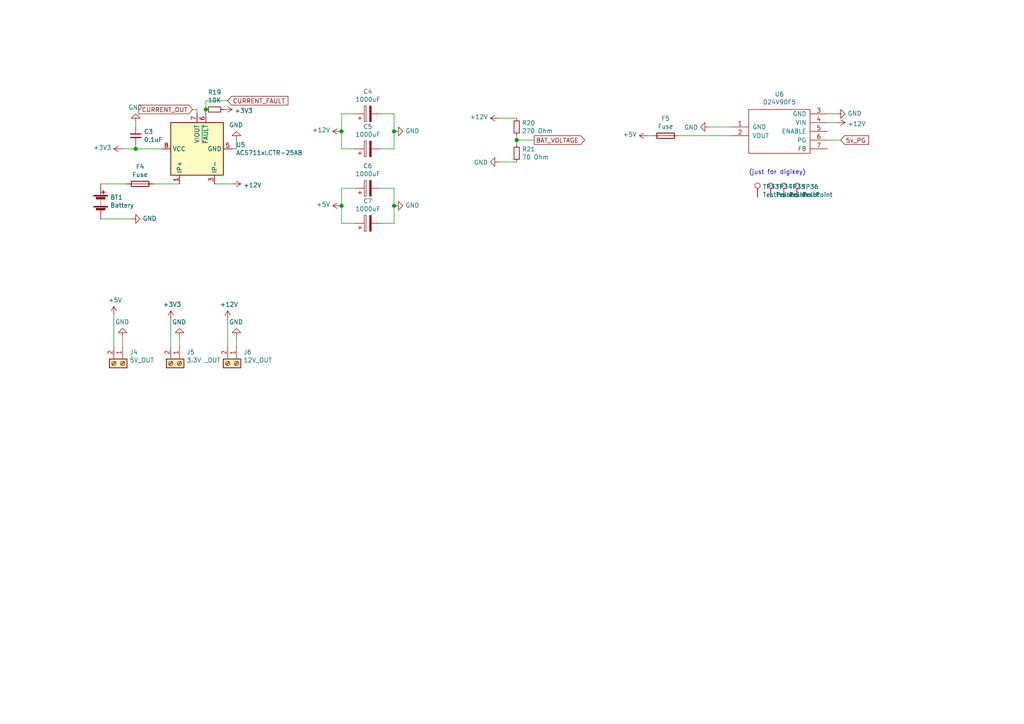
<source format=kicad_sch>
(kicad_sch (version 20201015) (generator eeschema)
  (page 1 6)
  (paper "A4")
  (lib_symbols
    (symbol "Connector:Screw_Terminal_01x02" (pin_names (offset 1.016) hide)
      (property "Reference" "J" (at 0 2.54 0))
      (property "Value" "Screw_Terminal_01x02" (at 0 -5.08 0))
      (symbol "Screw_Terminal_01x02_1_1"
        (circle (center 0 -2.54) (radius 0.635) (stroke (width 0.1524)))
        (circle (center 0 0) (radius 0.635) (stroke (width 0.1524)))
        (rectangle (start -1.27 1.27) (end 1.27 -3.81) (stroke (width 0.254)) (fill (type background)))
        (polyline (pts (xy -0.5334 -2.2098) (xy 0.3302 -3.048)) (stroke (width 0.1524)))
        (polyline (pts (xy -0.5334 0.3302) (xy 0.3302 -0.508)) (stroke (width 0.1524)))
        (polyline (pts (xy -0.3556 -2.032) (xy 0.508 -2.8702)) (stroke (width 0.1524)))
        (polyline (pts (xy -0.3556 0.508) (xy 0.508 -0.3302)) (stroke (width 0.1524)))
        (pin passive line (at -5.08 0 0) (length 3.81) (name "Pin_1") (number "1"))
        (pin passive line (at -5.08 -2.54 0) (length 3.81) (name "Pin_2") (number "2"))
      )
    )
    (symbol "Connector:TestPoint" (pin_numbers hide) (pin_names (offset 0.762) hide)
      (property "Reference" "TP" (at 0 6.858 0))
      (property "Value" "TestPoint" (at 0 5.08 0))
      (symbol "TestPoint_0_1"
        (circle (center 0 3.302) (radius 0.762))
      )
      (symbol "TestPoint_1_1"
        (pin passive line (at 0 0 90) (length 2.54) (name "1") (number "1"))
      )
    )
    (symbol "Device:Battery" (pin_numbers hide) (pin_names (offset 0) hide)
      (property "Reference" "BT" (at 2.54 2.54 0))
      (property "Value" "Battery" (at 2.54 0 0))
      (symbol "Battery_0_1"
        (rectangle (start -2.032 -1.397) (end 2.032 -1.651) (fill (type outline)))
        (rectangle (start -2.032 1.778) (end 2.032 1.524) (fill (type outline)))
        (rectangle (start -1.3208 -1.9812) (end 1.27 -2.4892) (fill (type outline)))
        (rectangle (start -1.3208 1.1938) (end 1.27 0.6858) (fill (type outline)))
        (polyline (pts (xy 0 -1.524) (xy 0 -1.27)))
        (polyline (pts (xy 0 -1.016) (xy 0 -0.762)))
        (polyline (pts (xy 0 -0.508) (xy 0 -0.254)))
        (polyline (pts (xy 0 0) (xy 0 0.254)))
        (polyline (pts (xy 0 0.508) (xy 0 0.762)))
        (polyline (pts (xy 0 1.778) (xy 0 2.54)))
        (polyline (pts (xy 0.254 2.667) (xy 1.27 2.667)) (stroke (width 0.254)))
        (polyline (pts (xy 0.762 3.175) (xy 0.762 2.159)) (stroke (width 0.254)))
      )
      (symbol "Battery_1_1"
        (pin passive line (at 0 5.08 270) (length 2.54) (name "+") (number "1"))
        (pin passive line (at 0 -5.08 90) (length 2.54) (name "-") (number "2"))
      )
    )
    (symbol "Device:CP" (pin_numbers hide) (pin_names (offset 0.254))
      (property "Reference" "C" (at 0.635 2.54 0))
      (property "Value" "CP" (at 0.635 -2.54 0))
      (symbol "CP_0_1"
        (rectangle (start -2.286 0.508) (end 2.286 1.016))
        (rectangle (start 2.286 -0.508) (end -2.286 -1.016) (fill (type outline)))
        (polyline (pts (xy -1.778 2.286) (xy -0.762 2.286)))
        (polyline (pts (xy -1.27 2.794) (xy -1.27 1.778)))
      )
      (symbol "CP_1_1"
        (pin passive line (at 0 3.81 270) (length 2.794) (name "~") (number "1"))
        (pin passive line (at 0 -3.81 90) (length 2.794) (name "~") (number "2"))
      )
    )
    (symbol "Device:C_Small" (pin_numbers hide) (pin_names (offset 0.254) hide)
      (property "Reference" "C" (at 0.254 1.778 0))
      (property "Value" "C_Small" (at 0.254 -2.032 0))
      (symbol "C_Small_0_1"
        (polyline (pts (xy -1.524 -0.508) (xy 1.524 -0.508)) (stroke (width 0.3302)))
        (polyline (pts (xy -1.524 0.508) (xy 1.524 0.508)) (stroke (width 0.3048)))
      )
      (symbol "C_Small_1_1"
        (pin passive line (at 0 2.54 270) (length 2.032) (name "~") (number "1"))
        (pin passive line (at 0 -2.54 90) (length 2.032) (name "~") (number "2"))
      )
    )
    (symbol "Device:Fuse" (pin_numbers hide) (pin_names (offset 0))
      (property "Reference" "F" (at 2.032 0 90))
      (property "Value" "Fuse" (at -1.905 0 90))
      (symbol "Fuse_0_1"
        (rectangle (start -0.762 -2.54) (end 0.762 2.54) (stroke (width 0.254)))
        (polyline (pts (xy 0 2.54) (xy 0 -2.54)))
      )
      (symbol "Fuse_1_1"
        (pin passive line (at 0 3.81 270) (length 1.27) (name "~") (number "1"))
        (pin passive line (at 0 -3.81 90) (length 1.27) (name "~") (number "2"))
      )
    )
    (symbol "Device:R_Small" (pin_numbers hide) (pin_names (offset 0.254) hide)
      (property "Reference" "R" (at 0.762 0.508 0))
      (property "Value" "R_Small" (at 0.762 -1.016 0))
      (symbol "R_Small_0_1"
        (rectangle (start -0.762 1.778) (end 0.762 -1.778) (stroke (width 0.2032)))
      )
      (symbol "R_Small_1_1"
        (pin passive line (at 0 2.54 270) (length 0.762) (name "~") (number "1"))
        (pin passive line (at 0 -2.54 90) (length 0.762) (name "~") (number "2"))
      )
    )
    (symbol "Sensor_Current:ACS711xLCTR-25AB"
      (property "Reference" "U" (at 8.89 6.35 0))
      (property "Value" "ACS711xLCTR-25AB" (at 8.89 3.81 0))
      (symbol "ACS711xLCTR-25AB_0_1"
        (rectangle (start -7.62 7.62) (end 7.62 -7.62) (stroke (width 0.254)) (fill (type background)))
      )
      (symbol "ACS711xLCTR-25AB_1_1"
        (pin passive line (at -10.16 5.08 0) (length 2.54) (name "IP+") (number "1"))
        (pin passive line (at -10.16 5.08 0) (length 2.54) hide (name "IP+") (number "2"))
        (pin passive line (at -10.16 -5.08 0) (length 2.54) (name "IP-") (number "3"))
        (pin passive line (at -10.16 -5.08 0) (length 2.54) hide (name "IP-") (number "4"))
        (pin power_in line (at 0 -10.16 90) (length 2.54) (name "GND") (number "5"))
        (pin output line (at 10.16 -2.54 180) (length 2.54) (name "~FAULT") (number "6"))
        (pin output line (at 10.16 0 180) (length 2.54) (name "VIOUT") (number "7"))
        (pin power_in line (at 0 10.16 270) (length 2.54) (name "VCC") (number "8"))
      )
    )
    (symbol "pololu_parts:D24V90F5" (pin_names (offset 1.016))
      (property "Reference" "U" (at 0 0 0))
      (property "Value" "D24V90F5" (at 0 16.51 0))
      (symbol "D24V90F5_0_1"
        (rectangle (start -8.89 15.24) (end 8.89 2.54))
      )
      (symbol "D24V90F5_1_1"
        (pin power_in line (at -13.97 10.16 0) (length 5.08) (name "GND") (number "1"))
        (pin power_out line (at -13.97 7.62 0) (length 5.08) (name "VOUT") (number "2"))
        (pin power_in line (at 13.97 13.97 180) (length 5.08) (name "GND") (number "3"))
        (pin power_in line (at 13.97 11.43 180) (length 5.08) (name "VIN") (number "4"))
        (pin input line (at 13.97 8.89 180) (length 5.08) (name "ENABLE") (number "5"))
        (pin output line (at 13.97 6.35 180) (length 5.08) (name "PG") (number "6"))
        (pin input line (at 13.97 3.81 180) (length 5.08) (name "FB") (number "7"))
      )
    )
    (symbol "power:+12V" (power) (pin_names (offset 0))
      (property "Value" "+12V" (at 0 3.556 0))
      (symbol "+12V_0_1"
        (polyline (pts (xy -0.762 1.27) (xy 0 2.54)))
        (polyline (pts (xy 0 0) (xy 0 2.54)))
        (polyline (pts (xy 0 2.54) (xy 0.762 1.27)))
      )
      (symbol "+12V_1_1"
        (pin power_in line (at 0 0 90) (length 0) hide (name "+12V") (number "1"))
      )
    )
    (symbol "power:+3.3V" (power) (pin_names (offset 0))
      (property "Value" "+3.3V" (at 0 3.556 0))
      (symbol "+3.3V_0_1"
        (polyline (pts (xy -0.762 1.27) (xy 0 2.54)))
        (polyline (pts (xy 0 0) (xy 0 2.54)))
        (polyline (pts (xy 0 2.54) (xy 0.762 1.27)))
      )
      (symbol "+3.3V_1_1"
        (pin power_in line (at 0 0 90) (length 0) hide (name "+3V3") (number "1"))
      )
    )
    (symbol "power:+5V" (power) (pin_names (offset 0))
      (property "Value" "+5V" (at 0 3.556 0))
      (symbol "+5V_0_1"
        (polyline (pts (xy -0.762 1.27) (xy 0 2.54)))
        (polyline (pts (xy 0 0) (xy 0 2.54)))
        (polyline (pts (xy 0 2.54) (xy 0.762 1.27)))
      )
      (symbol "+5V_1_1"
        (pin power_in line (at 0 0 90) (length 0) hide (name "+5V") (number "1"))
      )
    )
    (symbol "power:GND" (power) (pin_names (offset 0))
      (property "Value" "GND" (at 0 -3.81 0))
      (symbol "GND_0_1"
        (polyline (pts (xy 0 0) (xy 0 -1.27) (xy 1.27 -1.27) (xy 0 -2.54) (xy -1.27 -1.27) (xy 0 -1.27)))
      )
      (symbol "GND_1_1"
        (pin power_in line (at 0 0 270) (length 0) hide (name "GND") (number "1"))
      )
    )
  )
  (junction (at 39.37 43.18) (diameter 1.016))
  (junction (at 59.69 31.75) (diameter 1.016))
  (junction (at 99.06 38.1) (diameter 1.016))
  (junction (at 99.06 59.69) (diameter 1.016))
  (junction (at 114.3 38.1) (diameter 1.016))
  (junction (at 114.3 59.69) (diameter 1.016))
  (junction (at 149.86 40.64) (diameter 1.016))
  (wire (pts (xy 29.21 53.34) (xy 36.83 53.34)))
  (wire (pts (xy 33.02 91.44) (xy 33.02 100.33)))
  (wire (pts (xy 35.56 43.18) (xy 39.37 43.18)))
  (wire (pts (xy 35.56 97.79) (xy 35.56 100.33)))
  (wire (pts (xy 38.1 63.5) (xy 29.21 63.5)))
  (wire (pts (xy 39.37 35.56) (xy 39.37 36.83)))
  (wire (pts (xy 39.37 43.18) (xy 39.37 41.91)))
  (wire (pts (xy 39.37 43.18) (xy 46.99 43.18)))
  (wire (pts (xy 44.45 53.34) (xy 52.07 53.34)))
  (wire (pts (xy 49.53 92.71) (xy 49.53 100.33)))
  (wire (pts (xy 52.07 97.79) (xy 52.07 100.33)))
  (wire (pts (xy 55.88 31.75) (xy 57.15 31.75)))
  (wire (pts (xy 57.15 31.75) (xy 57.15 33.02)))
  (wire (pts (xy 59.69 29.21) (xy 59.69 31.75)))
  (wire (pts (xy 59.69 33.02) (xy 59.69 31.75)))
  (wire (pts (xy 66.04 29.21) (xy 59.69 29.21)))
  (wire (pts (xy 66.04 92.71) (xy 66.04 100.33)))
  (wire (pts (xy 67.31 53.34) (xy 62.23 53.34)))
  (wire (pts (xy 68.58 40.64) (xy 68.58 43.18)))
  (wire (pts (xy 68.58 43.18) (xy 67.31 43.18)))
  (wire (pts (xy 68.58 97.79) (xy 68.58 100.33)))
  (wire (pts (xy 99.06 33.02) (xy 99.06 38.1)))
  (wire (pts (xy 99.06 38.1) (xy 99.06 43.18)))
  (wire (pts (xy 99.06 43.18) (xy 102.87 43.18)))
  (wire (pts (xy 99.06 54.61) (xy 99.06 59.69)))
  (wire (pts (xy 99.06 59.69) (xy 99.06 64.77)))
  (wire (pts (xy 99.06 64.77) (xy 102.87 64.77)))
  (wire (pts (xy 102.87 33.02) (xy 99.06 33.02)))
  (wire (pts (xy 102.87 54.61) (xy 99.06 54.61)))
  (wire (pts (xy 110.49 33.02) (xy 114.3 33.02)))
  (wire (pts (xy 110.49 43.18) (xy 114.3 43.18)))
  (wire (pts (xy 110.49 54.61) (xy 114.3 54.61)))
  (wire (pts (xy 110.49 64.77) (xy 114.3 64.77)))
  (wire (pts (xy 114.3 33.02) (xy 114.3 38.1)))
  (wire (pts (xy 114.3 43.18) (xy 114.3 38.1)))
  (wire (pts (xy 114.3 54.61) (xy 114.3 59.69)))
  (wire (pts (xy 114.3 64.77) (xy 114.3 59.69)))
  (wire (pts (xy 144.78 34.29) (xy 149.86 34.29)))
  (wire (pts (xy 144.78 46.99) (xy 149.86 46.99)))
  (wire (pts (xy 149.86 39.37) (xy 149.86 40.64)))
  (wire (pts (xy 149.86 40.64) (xy 149.86 41.91)))
  (wire (pts (xy 154.94 40.64) (xy 149.86 40.64)))
  (wire (pts (xy 187.96 39.37) (xy 189.23 39.37)))
  (wire (pts (xy 196.85 39.37) (xy 212.09 39.37)))
  (wire (pts (xy 205.74 36.83) (xy 212.09 36.83)))
  (wire (pts (xy 242.57 33.02) (xy 240.03 33.02)))
  (wire (pts (xy 242.57 35.56) (xy 240.03 35.56)))
  (wire (pts (xy 243.84 40.64) (xy 240.03 40.64)))
  (text "(just for digikey)" (at 217.17 50.8 0) (effects (font (size 1.27 1.27)) (justify left bottom)))
  (global_label "CURRENT_OUT" (shape input) (at 55.88 31.75 180))
  (global_label "CURRENT_FAULT" (shape input) (at 66.04 29.21 0))
  (global_label "BAT_VOLTAGE" (shape output) (at 154.94 40.64 0))
  (global_label "5v_PG" (shape input) (at 243.84 40.64 0))
  (symbol (lib_id "Connector:TestPoint") (at 219.71 57.15 0) (unit 1)
    (property "Reference" "TP33" (at 221.1832 54.1528 0) (effects (justify left)))
    (property "Value" "TestPoint" (at 221.1832 56.4642 0) (effects (justify left)))
    (property "DigiKey" "S7037-ND" (effects hide))
  )
  (symbol (lib_id "Connector:TestPoint") (at 223.52 57.15 0) (unit 1)
    (property "Reference" "TP34" (at 224.9932 54.1528 0) (effects (justify left)))
    (property "Value" "TestPoint" (at 224.9932 56.4642 0) (effects (justify left)))
    (property "DigiKey" "S7037-ND" (effects hide))
  )
  (symbol (lib_id "Connector:TestPoint") (at 227.33 57.15 0) (unit 1)
    (property "Reference" "TP35" (at 228.8032 54.1528 0) (effects (justify left)))
    (property "Value" "TestPoint" (at 228.8032 56.4642 0) (effects (justify left)))
    (property "DigiKey" "S7037-ND" (effects hide))
  )
  (symbol (lib_id "Connector:TestPoint") (at 231.14 57.15 0) (unit 1)
    (property "Reference" "TP36" (at 232.6132 54.1528 0) (effects (justify left)))
    (property "Value" "TestPoint" (at 232.6132 56.4642 0) (effects (justify left)))
    (property "DigiKey" "S7037-ND" (effects hide))
  )
  (symbol (lib_id "power:+5V") (at 33.02 91.44 0) (unit 1)
    (property "Reference" "#PWR0166" (effects hide))
    (property "Value" "+5V" (at 33.401 87.0458 0))
  )
  (symbol (lib_id "power:+3.3V") (at 35.56 43.18 90)
    (property "Reference" "#PWR0150" (effects hide))
    (property "Value" "+3.3V" (at 32.3088 42.799 90) (effects (justify left)))
  )
  (symbol (lib_id "power:+3.3V") (at 49.53 92.71 0) (unit 1)
    (property "Reference" "#PWR0167" (effects hide))
    (property "Value" "+3.3V" (at 49.911 88.3158 0))
  )
  (symbol (lib_id "power:+3.3V") (at 64.77 31.75 270)
    (property "Reference" "#PWR0152" (effects hide))
    (property "Value" "+3.3V" (at 68.0212 32.131 90) (effects (justify left)))
  )
  (symbol (lib_id "power:+12V") (at 66.04 92.71 0) (unit 1)
    (property "Reference" "#PWR0168" (effects hide))
    (property "Value" "+12V" (at 66.421 88.3158 0))
  )
  (symbol (lib_id "power:+12V") (at 67.31 53.34 270)
    (property "Reference" "#PWR0154" (effects hide))
    (property "Value" "+12V" (at 70.5612 53.721 90) (effects (justify left)))
  )
  (symbol (lib_id "power:+12V") (at 99.06 38.1 90)
    (property "Reference" "#PWR0155" (effects hide))
    (property "Value" "+12V" (at 95.8088 37.719 90) (effects (justify left)))
  )
  (symbol (lib_id "power:+5V") (at 99.06 59.69 90)
    (property "Reference" "#PWR0158" (effects hide))
    (property "Value" "+5V" (at 95.8088 59.309 90) (effects (justify left)))
  )
  (symbol (lib_id "power:+12V") (at 144.78 34.29 90)
    (property "Reference" "#PWR0169" (effects hide))
    (property "Value" "+12V" (at 141.5288 33.909 90) (effects (justify left)))
  )
  (symbol (lib_id "power:+5V") (at 187.96 39.37 90)
    (property "Reference" "#PWR0162" (effects hide))
    (property "Value" "+5V" (at 184.7088 38.989 90) (effects (justify left)))
  )
  (symbol (lib_id "power:+12V") (at 242.57 35.56 270)
    (property "Reference" "#PWR0161" (effects hide))
    (property "Value" "+12V" (at 245.8212 35.941 90) (effects (justify left)))
  )
  (symbol (lib_id "power:GND") (at 35.56 97.79 180)
    (property "Reference" "#PWR0163" (effects hide))
    (property "Value" "GND" (at 35.433 93.3958 0))
  )
  (symbol (lib_id "power:GND") (at 38.1 63.5 90)
    (property "Reference" "#PWR0149" (effects hide))
    (property "Value" "GND" (at 41.3512 63.373 90) (effects (justify right)))
  )
  (symbol (lib_id "power:GND") (at 39.37 35.56 180)
    (property "Reference" "#PWR0151" (effects hide))
    (property "Value" "GND" (at 39.243 31.1658 0))
  )
  (symbol (lib_id "power:GND") (at 52.07 97.79 180)
    (property "Reference" "#PWR0164" (effects hide))
    (property "Value" "GND" (at 51.943 93.3958 0))
  )
  (symbol (lib_id "power:GND") (at 68.58 40.64 180)
    (property "Reference" "#PWR0153" (effects hide))
    (property "Value" "GND" (at 68.453 36.2458 0))
  )
  (symbol (lib_id "power:GND") (at 68.58 97.79 180)
    (property "Reference" "#PWR0165" (effects hide))
    (property "Value" "GND" (at 68.453 93.3958 0))
  )
  (symbol (lib_id "power:GND") (at 114.3 38.1 90)
    (property "Reference" "#PWR0156" (effects hide))
    (property "Value" "GND" (at 117.5512 37.973 90) (effects (justify right)))
  )
  (symbol (lib_id "power:GND") (at 114.3 59.69 90)
    (property "Reference" "#PWR0157" (effects hide))
    (property "Value" "GND" (at 117.5512 59.563 90) (effects (justify right)))
  )
  (symbol (lib_id "power:GND") (at 144.78 46.99 270) (unit 1)
    (property "Reference" "#PWR0170" (effects hide))
    (property "Value" "GND" (at 141.5288 47.117 90) (effects (justify right)))
  )
  (symbol (lib_id "power:GND") (at 205.74 36.83 270)
    (property "Reference" "#PWR0159" (effects hide))
    (property "Value" "GND" (at 202.4888 36.957 90) (effects (justify right)))
  )
  (symbol (lib_id "power:GND") (at 242.57 33.02 90)
    (property "Reference" "#PWR0160" (effects hide))
    (property "Value" "GND" (at 245.8212 32.893 90) (effects (justify right)))
  )
  (symbol (lib_id "Device:R_Small") (at 62.23 31.75 270)
    (property "Reference" "R19" (at 62.23 26.7716 90))
    (property "Value" "10K" (at 62.23 29.083 90))
    (property "Footprint" "Resistor_SMD:R_0603_1608Metric_Pad1.05x0.95mm_HandSolder" (effects hide))
    (property "DigiKey" " 311-10KGRCT-ND " (effects hide))
  )
  (symbol (lib_id "Device:R_Small") (at 149.86 36.83 0) (unit 1)
    (property "Reference" "R20" (at 151.3586 35.6616 0) (effects (justify left)))
    (property "Value" "270 Ohm" (at 151.3586 37.973 0) (effects (justify left)))
    (property "Footprint" "Resistor_SMD:R_0603_1608Metric_Pad1.05x0.95mm_HandSolder" (effects hide))
    (property "DigiKey" "RR08P270DCT-ND " (effects hide))
  )
  (symbol (lib_id "Device:R_Small") (at 149.86 44.45 0) (unit 1)
    (property "Reference" "R21" (at 151.3586 43.2816 0) (effects (justify left)))
    (property "Value" "70 Ohm" (at 151.3586 45.593 0) (effects (justify left)))
    (property "Footprint" "Resistor_SMD:R_0603_1608Metric_Pad1.05x0.95mm_HandSolder" (effects hide))
    (property "DigiKey" "311-75.0HRCT-ND " (effects hide))
  )
  (symbol (lib_id "Device:Fuse") (at 40.64 53.34 270)
    (property "Reference" "F4" (at 40.64 48.3362 90))
    (property "Value" "Fuse" (at 40.64 50.6476 90))
    (property "Footprint" "Fuse:Fuse_0805_2012Metric_Pad1.15x1.40mm_HandSolder" (effects hide))
  )
  (symbol (lib_id "Device:Fuse") (at 193.04 39.37 90) (unit 1)
    (property "Reference" "F5" (at 193.04 34.3662 90))
    (property "Value" "Fuse" (at 193.04 36.6776 90))
    (property "Footprint" "Fuse:Fuse_0805_2012Metric_Pad1.15x1.40mm_HandSolder" (effects hide))
  )
  (symbol (lib_id "Device:C_Small") (at 39.37 39.37 0)
    (property "Reference" "C3" (at 41.7068 38.2016 0) (effects (justify left)))
    (property "Value" "0.1uF" (at 41.7068 40.513 0) (effects (justify left)))
    (property "Footprint" "Capacitor_SMD:C_0603_1608Metric_Pad1.05x0.95mm_HandSolder" (effects hide))
    (property "DigiKey" "399-1100-1-ND" (effects hide))
  )
  (symbol (lib_id "Connector:Screw_Terminal_01x02") (at 35.56 105.41 270)
    (property "Reference" "J4" (at 37.592 102.1588 90) (effects (justify left)))
    (property "Value" "5V_OUT" (at 37.592 104.4702 90) (effects (justify left)))
    (property "Footprint" "TerminalBlock_TE-Connectivity:TerminalBlock_TE_282834-2_1x02_P2.54mm_Horizontal" (effects hide))
    (property "DigiKey" "A98333-ND" (effects hide))
  )
  (symbol (lib_id "Connector:Screw_Terminal_01x02") (at 52.07 105.41 270)
    (property "Reference" "J5" (at 54.102 102.1588 90) (effects (justify left)))
    (property "Value" "3.3V _OUT" (at 54.102 104.4702 90) (effects (justify left)))
    (property "Footprint" "TerminalBlock_TE-Connectivity:TerminalBlock_TE_282834-2_1x02_P2.54mm_Horizontal" (effects hide))
    (property "DigiKey" "A98333-ND" (effects hide))
  )
  (symbol (lib_id "Connector:Screw_Terminal_01x02") (at 68.58 105.41 270)
    (property "Reference" "J6" (at 70.612 102.1588 90) (effects (justify left)))
    (property "Value" "12V_OUT" (at 70.612 104.4702 90) (effects (justify left)))
    (property "Footprint" "TerminalBlock_TE-Connectivity:TerminalBlock_TE_282834-2_1x02_P2.54mm_Horizontal" (effects hide))
    (property "DigiKey" "A98333-ND" (effects hide))
  )
  (symbol (lib_id "Device:CP") (at 106.68 33.02 90)
    (property "Reference" "C4" (at 106.68 26.543 90))
    (property "Value" "1000uF" (at 106.68 28.8544 90))
    (property "Footprint" "Capacitor_THT:CP_Radial_D10.0mm_P5.00mm" (effects hide))
    (property "DigiKey" "493-12561-1-ND" (effects hide))
  )
  (symbol (lib_id "Device:CP") (at 106.68 43.18 90)
    (property "Reference" "C5" (at 106.68 36.703 90))
    (property "Value" "1000uF" (at 106.68 39.0144 90))
    (property "Footprint" "Capacitor_THT:CP_Radial_D10.0mm_P5.00mm" (effects hide))
    (property "DigiKey" "493-12561-1-ND" (effects hide))
  )
  (symbol (lib_id "Device:CP") (at 106.68 54.61 90)
    (property "Reference" "C6" (at 106.68 48.133 90))
    (property "Value" "1000uF" (at 106.68 50.4444 90))
    (property "Footprint" "Capacitor_THT:CP_Radial_D10.0mm_P5.00mm" (effects hide))
    (property "DigiKey" "493-12561-1-ND" (effects hide))
  )
  (symbol (lib_id "Device:CP") (at 106.68 64.77 90)
    (property "Reference" "C7" (at 106.68 58.293 90))
    (property "Value" "1000uF" (at 106.68 60.6044 90))
    (property "Footprint" "Capacitor_THT:CP_Radial_D10.0mm_P5.00mm" (effects hide))
    (property "DigiKey" "493-12561-1-ND" (effects hide))
  )
  (symbol (lib_id "Device:Battery") (at 29.21 58.42 0)
    (property "Reference" "BT1" (at 31.9532 57.2516 0) (effects (justify left)))
    (property "Value" "Battery" (at 31.9532 59.563 0) (effects (justify left)))
    (property "Footprint" "Connector_AMASS:AMASS_XT60-F_1x02_P7.20mm_Vertical" (effects hide))
    (property "DigiKey" " 1568-1816-ND " (effects hide))
  )
  (symbol (lib_id "pololu_parts:D24V90F5") (at 226.06 46.99 0)
    (property "Reference" "U6" (at 226.06 27.305 0))
    (property "Value" "D24V90F5" (at 226.06 29.6164 0))
    (property "Footprint" "TurtlebotController:Pololu_D24V90F5" (effects hide))
  )
  (symbol (lib_id "Sensor_Current:ACS711xLCTR-25AB") (at 57.15 43.18 90)
    (property "Reference" "U5" (at 68.4276 42.0116 90) (effects (justify right)))
    (property "Value" "ACS711xLCTR-25AB" (at 68.4276 44.323 90) (effects (justify right)))
    (property "Footprint" "Package_SO:SOIC-8_3.9x4.9mm_P1.27mm" (effects hide))
    (property "Datasheet" "http://www.allegromicro.com/~/Media/Files/Datasheets/ACS711-Datasheet.ashx" (effects hide))
    (property "DigiKey" " 620-1372-1-ND" (effects hide))
  )
)
</source>
